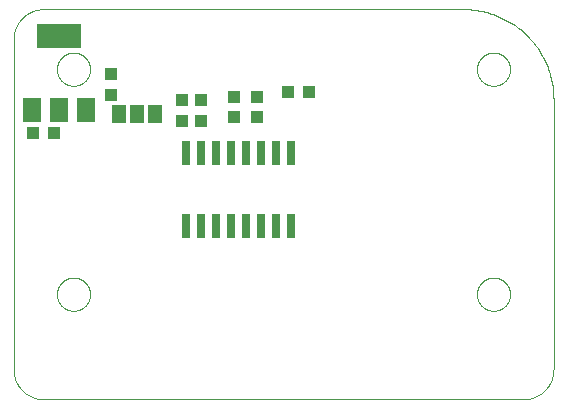
<source format=gtp>
G75*
%MOIN*%
%OFA0B0*%
%FSLAX25Y25*%
%IPPOS*%
%LPD*%
%AMOC8*
5,1,8,0,0,1.08239X$1,22.5*
%
%ADD10C,0.00000*%
%ADD11R,0.04252X0.04134*%
%ADD12R,0.02600X0.08000*%
%ADD13R,0.04331X0.03937*%
%ADD14R,0.03937X0.04331*%
%ADD15R,0.04600X0.06300*%
%ADD16R,0.05900X0.07900*%
%ADD17R,0.15000X0.07900*%
%ADD18R,0.04134X0.04252*%
D10*
X0022200Y0013565D02*
X0182200Y0013565D01*
X0182442Y0013568D01*
X0182683Y0013577D01*
X0182924Y0013591D01*
X0183165Y0013612D01*
X0183405Y0013638D01*
X0183645Y0013670D01*
X0183884Y0013708D01*
X0184121Y0013751D01*
X0184358Y0013801D01*
X0184593Y0013856D01*
X0184827Y0013916D01*
X0185059Y0013983D01*
X0185290Y0014054D01*
X0185519Y0014132D01*
X0185746Y0014215D01*
X0185971Y0014303D01*
X0186194Y0014397D01*
X0186414Y0014496D01*
X0186632Y0014601D01*
X0186847Y0014710D01*
X0187060Y0014825D01*
X0187270Y0014945D01*
X0187476Y0015070D01*
X0187680Y0015200D01*
X0187881Y0015335D01*
X0188078Y0015475D01*
X0188272Y0015619D01*
X0188462Y0015768D01*
X0188648Y0015922D01*
X0188831Y0016080D01*
X0189010Y0016242D01*
X0189185Y0016409D01*
X0189356Y0016580D01*
X0189523Y0016755D01*
X0189685Y0016934D01*
X0189843Y0017117D01*
X0189997Y0017303D01*
X0190146Y0017493D01*
X0190290Y0017687D01*
X0190430Y0017884D01*
X0190565Y0018085D01*
X0190695Y0018289D01*
X0190820Y0018495D01*
X0190940Y0018705D01*
X0191055Y0018918D01*
X0191164Y0019133D01*
X0191269Y0019351D01*
X0191368Y0019571D01*
X0191462Y0019794D01*
X0191550Y0020019D01*
X0191633Y0020246D01*
X0191711Y0020475D01*
X0191782Y0020706D01*
X0191849Y0020938D01*
X0191909Y0021172D01*
X0191964Y0021407D01*
X0192014Y0021644D01*
X0192057Y0021881D01*
X0192095Y0022120D01*
X0192127Y0022360D01*
X0192153Y0022600D01*
X0192174Y0022841D01*
X0192188Y0023082D01*
X0192197Y0023323D01*
X0192200Y0023565D01*
X0192200Y0113565D01*
X0166688Y0123565D02*
X0166690Y0123713D01*
X0166696Y0123861D01*
X0166706Y0124009D01*
X0166720Y0124156D01*
X0166738Y0124303D01*
X0166759Y0124449D01*
X0166785Y0124595D01*
X0166815Y0124740D01*
X0166848Y0124884D01*
X0166886Y0125027D01*
X0166927Y0125169D01*
X0166972Y0125310D01*
X0167020Y0125450D01*
X0167073Y0125589D01*
X0167129Y0125726D01*
X0167189Y0125861D01*
X0167252Y0125995D01*
X0167319Y0126127D01*
X0167390Y0126257D01*
X0167464Y0126385D01*
X0167541Y0126511D01*
X0167622Y0126635D01*
X0167706Y0126757D01*
X0167793Y0126876D01*
X0167884Y0126993D01*
X0167978Y0127108D01*
X0168074Y0127220D01*
X0168174Y0127330D01*
X0168276Y0127436D01*
X0168382Y0127540D01*
X0168490Y0127641D01*
X0168601Y0127739D01*
X0168714Y0127835D01*
X0168830Y0127927D01*
X0168948Y0128016D01*
X0169069Y0128101D01*
X0169192Y0128184D01*
X0169317Y0128263D01*
X0169444Y0128339D01*
X0169573Y0128411D01*
X0169704Y0128480D01*
X0169837Y0128545D01*
X0169972Y0128606D01*
X0170108Y0128664D01*
X0170245Y0128719D01*
X0170384Y0128769D01*
X0170525Y0128816D01*
X0170666Y0128859D01*
X0170809Y0128899D01*
X0170953Y0128934D01*
X0171097Y0128966D01*
X0171243Y0128993D01*
X0171389Y0129017D01*
X0171536Y0129037D01*
X0171683Y0129053D01*
X0171830Y0129065D01*
X0171978Y0129073D01*
X0172126Y0129077D01*
X0172274Y0129077D01*
X0172422Y0129073D01*
X0172570Y0129065D01*
X0172717Y0129053D01*
X0172864Y0129037D01*
X0173011Y0129017D01*
X0173157Y0128993D01*
X0173303Y0128966D01*
X0173447Y0128934D01*
X0173591Y0128899D01*
X0173734Y0128859D01*
X0173875Y0128816D01*
X0174016Y0128769D01*
X0174155Y0128719D01*
X0174292Y0128664D01*
X0174428Y0128606D01*
X0174563Y0128545D01*
X0174696Y0128480D01*
X0174827Y0128411D01*
X0174956Y0128339D01*
X0175083Y0128263D01*
X0175208Y0128184D01*
X0175331Y0128101D01*
X0175452Y0128016D01*
X0175570Y0127927D01*
X0175686Y0127835D01*
X0175799Y0127739D01*
X0175910Y0127641D01*
X0176018Y0127540D01*
X0176124Y0127436D01*
X0176226Y0127330D01*
X0176326Y0127220D01*
X0176422Y0127108D01*
X0176516Y0126993D01*
X0176607Y0126876D01*
X0176694Y0126757D01*
X0176778Y0126635D01*
X0176859Y0126511D01*
X0176936Y0126385D01*
X0177010Y0126257D01*
X0177081Y0126127D01*
X0177148Y0125995D01*
X0177211Y0125861D01*
X0177271Y0125726D01*
X0177327Y0125589D01*
X0177380Y0125450D01*
X0177428Y0125310D01*
X0177473Y0125169D01*
X0177514Y0125027D01*
X0177552Y0124884D01*
X0177585Y0124740D01*
X0177615Y0124595D01*
X0177641Y0124449D01*
X0177662Y0124303D01*
X0177680Y0124156D01*
X0177694Y0124009D01*
X0177704Y0123861D01*
X0177710Y0123713D01*
X0177712Y0123565D01*
X0177710Y0123417D01*
X0177704Y0123269D01*
X0177694Y0123121D01*
X0177680Y0122974D01*
X0177662Y0122827D01*
X0177641Y0122681D01*
X0177615Y0122535D01*
X0177585Y0122390D01*
X0177552Y0122246D01*
X0177514Y0122103D01*
X0177473Y0121961D01*
X0177428Y0121820D01*
X0177380Y0121680D01*
X0177327Y0121541D01*
X0177271Y0121404D01*
X0177211Y0121269D01*
X0177148Y0121135D01*
X0177081Y0121003D01*
X0177010Y0120873D01*
X0176936Y0120745D01*
X0176859Y0120619D01*
X0176778Y0120495D01*
X0176694Y0120373D01*
X0176607Y0120254D01*
X0176516Y0120137D01*
X0176422Y0120022D01*
X0176326Y0119910D01*
X0176226Y0119800D01*
X0176124Y0119694D01*
X0176018Y0119590D01*
X0175910Y0119489D01*
X0175799Y0119391D01*
X0175686Y0119295D01*
X0175570Y0119203D01*
X0175452Y0119114D01*
X0175331Y0119029D01*
X0175208Y0118946D01*
X0175083Y0118867D01*
X0174956Y0118791D01*
X0174827Y0118719D01*
X0174696Y0118650D01*
X0174563Y0118585D01*
X0174428Y0118524D01*
X0174292Y0118466D01*
X0174155Y0118411D01*
X0174016Y0118361D01*
X0173875Y0118314D01*
X0173734Y0118271D01*
X0173591Y0118231D01*
X0173447Y0118196D01*
X0173303Y0118164D01*
X0173157Y0118137D01*
X0173011Y0118113D01*
X0172864Y0118093D01*
X0172717Y0118077D01*
X0172570Y0118065D01*
X0172422Y0118057D01*
X0172274Y0118053D01*
X0172126Y0118053D01*
X0171978Y0118057D01*
X0171830Y0118065D01*
X0171683Y0118077D01*
X0171536Y0118093D01*
X0171389Y0118113D01*
X0171243Y0118137D01*
X0171097Y0118164D01*
X0170953Y0118196D01*
X0170809Y0118231D01*
X0170666Y0118271D01*
X0170525Y0118314D01*
X0170384Y0118361D01*
X0170245Y0118411D01*
X0170108Y0118466D01*
X0169972Y0118524D01*
X0169837Y0118585D01*
X0169704Y0118650D01*
X0169573Y0118719D01*
X0169444Y0118791D01*
X0169317Y0118867D01*
X0169192Y0118946D01*
X0169069Y0119029D01*
X0168948Y0119114D01*
X0168830Y0119203D01*
X0168714Y0119295D01*
X0168601Y0119391D01*
X0168490Y0119489D01*
X0168382Y0119590D01*
X0168276Y0119694D01*
X0168174Y0119800D01*
X0168074Y0119910D01*
X0167978Y0120022D01*
X0167884Y0120137D01*
X0167793Y0120254D01*
X0167706Y0120373D01*
X0167622Y0120495D01*
X0167541Y0120619D01*
X0167464Y0120745D01*
X0167390Y0120873D01*
X0167319Y0121003D01*
X0167252Y0121135D01*
X0167189Y0121269D01*
X0167129Y0121404D01*
X0167073Y0121541D01*
X0167020Y0121680D01*
X0166972Y0121820D01*
X0166927Y0121961D01*
X0166886Y0122103D01*
X0166848Y0122246D01*
X0166815Y0122390D01*
X0166785Y0122535D01*
X0166759Y0122681D01*
X0166738Y0122827D01*
X0166720Y0122974D01*
X0166706Y0123121D01*
X0166696Y0123269D01*
X0166690Y0123417D01*
X0166688Y0123565D01*
X0162200Y0143565D02*
X0162925Y0143556D01*
X0163649Y0143530D01*
X0164373Y0143486D01*
X0165095Y0143425D01*
X0165816Y0143346D01*
X0166535Y0143250D01*
X0167251Y0143137D01*
X0167964Y0143006D01*
X0168674Y0142858D01*
X0169379Y0142693D01*
X0170081Y0142511D01*
X0170778Y0142312D01*
X0171471Y0142097D01*
X0172157Y0141864D01*
X0172838Y0141615D01*
X0173513Y0141350D01*
X0174181Y0141069D01*
X0174842Y0140771D01*
X0175496Y0140458D01*
X0176142Y0140129D01*
X0176780Y0139784D01*
X0177409Y0139424D01*
X0178029Y0139049D01*
X0178640Y0138659D01*
X0179242Y0138255D01*
X0179834Y0137836D01*
X0180415Y0137402D01*
X0180986Y0136955D01*
X0181545Y0136494D01*
X0182094Y0136020D01*
X0182630Y0135533D01*
X0183155Y0135033D01*
X0183668Y0134520D01*
X0184168Y0133995D01*
X0184655Y0133459D01*
X0185129Y0132910D01*
X0185590Y0132351D01*
X0186037Y0131780D01*
X0186471Y0131199D01*
X0186890Y0130607D01*
X0187294Y0130005D01*
X0187684Y0129394D01*
X0188059Y0128774D01*
X0188419Y0128145D01*
X0188764Y0127507D01*
X0189093Y0126861D01*
X0189406Y0126207D01*
X0189704Y0125546D01*
X0189985Y0124878D01*
X0190250Y0124203D01*
X0190499Y0123522D01*
X0190732Y0122836D01*
X0190947Y0122143D01*
X0191146Y0121446D01*
X0191328Y0120744D01*
X0191493Y0120039D01*
X0191641Y0119329D01*
X0191772Y0118616D01*
X0191885Y0117900D01*
X0191981Y0117181D01*
X0192060Y0116460D01*
X0192121Y0115738D01*
X0192165Y0115014D01*
X0192191Y0114290D01*
X0192200Y0113565D01*
X0162200Y0143565D02*
X0022200Y0143565D01*
X0021958Y0143562D01*
X0021717Y0143553D01*
X0021476Y0143539D01*
X0021235Y0143518D01*
X0020995Y0143492D01*
X0020755Y0143460D01*
X0020516Y0143422D01*
X0020279Y0143379D01*
X0020042Y0143329D01*
X0019807Y0143274D01*
X0019573Y0143214D01*
X0019341Y0143147D01*
X0019110Y0143076D01*
X0018881Y0142998D01*
X0018654Y0142915D01*
X0018429Y0142827D01*
X0018206Y0142733D01*
X0017986Y0142634D01*
X0017768Y0142529D01*
X0017553Y0142420D01*
X0017340Y0142305D01*
X0017130Y0142185D01*
X0016924Y0142060D01*
X0016720Y0141930D01*
X0016519Y0141795D01*
X0016322Y0141655D01*
X0016128Y0141511D01*
X0015938Y0141362D01*
X0015752Y0141208D01*
X0015569Y0141050D01*
X0015390Y0140888D01*
X0015215Y0140721D01*
X0015044Y0140550D01*
X0014877Y0140375D01*
X0014715Y0140196D01*
X0014557Y0140013D01*
X0014403Y0139827D01*
X0014254Y0139637D01*
X0014110Y0139443D01*
X0013970Y0139246D01*
X0013835Y0139045D01*
X0013705Y0138841D01*
X0013580Y0138635D01*
X0013460Y0138425D01*
X0013345Y0138212D01*
X0013236Y0137997D01*
X0013131Y0137779D01*
X0013032Y0137559D01*
X0012938Y0137336D01*
X0012850Y0137111D01*
X0012767Y0136884D01*
X0012689Y0136655D01*
X0012618Y0136424D01*
X0012551Y0136192D01*
X0012491Y0135958D01*
X0012436Y0135723D01*
X0012386Y0135486D01*
X0012343Y0135249D01*
X0012305Y0135010D01*
X0012273Y0134770D01*
X0012247Y0134530D01*
X0012226Y0134289D01*
X0012212Y0134048D01*
X0012203Y0133807D01*
X0012200Y0133565D01*
X0012200Y0023565D01*
X0012203Y0023323D01*
X0012212Y0023082D01*
X0012226Y0022841D01*
X0012247Y0022600D01*
X0012273Y0022360D01*
X0012305Y0022120D01*
X0012343Y0021881D01*
X0012386Y0021644D01*
X0012436Y0021407D01*
X0012491Y0021172D01*
X0012551Y0020938D01*
X0012618Y0020706D01*
X0012689Y0020475D01*
X0012767Y0020246D01*
X0012850Y0020019D01*
X0012938Y0019794D01*
X0013032Y0019571D01*
X0013131Y0019351D01*
X0013236Y0019133D01*
X0013345Y0018918D01*
X0013460Y0018705D01*
X0013580Y0018495D01*
X0013705Y0018289D01*
X0013835Y0018085D01*
X0013970Y0017884D01*
X0014110Y0017687D01*
X0014254Y0017493D01*
X0014403Y0017303D01*
X0014557Y0017117D01*
X0014715Y0016934D01*
X0014877Y0016755D01*
X0015044Y0016580D01*
X0015215Y0016409D01*
X0015390Y0016242D01*
X0015569Y0016080D01*
X0015752Y0015922D01*
X0015938Y0015768D01*
X0016128Y0015619D01*
X0016322Y0015475D01*
X0016519Y0015335D01*
X0016720Y0015200D01*
X0016924Y0015070D01*
X0017130Y0014945D01*
X0017340Y0014825D01*
X0017553Y0014710D01*
X0017768Y0014601D01*
X0017986Y0014496D01*
X0018206Y0014397D01*
X0018429Y0014303D01*
X0018654Y0014215D01*
X0018881Y0014132D01*
X0019110Y0014054D01*
X0019341Y0013983D01*
X0019573Y0013916D01*
X0019807Y0013856D01*
X0020042Y0013801D01*
X0020279Y0013751D01*
X0020516Y0013708D01*
X0020755Y0013670D01*
X0020995Y0013638D01*
X0021235Y0013612D01*
X0021476Y0013591D01*
X0021717Y0013577D01*
X0021958Y0013568D01*
X0022200Y0013565D01*
X0026688Y0048565D02*
X0026690Y0048713D01*
X0026696Y0048861D01*
X0026706Y0049009D01*
X0026720Y0049156D01*
X0026738Y0049303D01*
X0026759Y0049449D01*
X0026785Y0049595D01*
X0026815Y0049740D01*
X0026848Y0049884D01*
X0026886Y0050027D01*
X0026927Y0050169D01*
X0026972Y0050310D01*
X0027020Y0050450D01*
X0027073Y0050589D01*
X0027129Y0050726D01*
X0027189Y0050861D01*
X0027252Y0050995D01*
X0027319Y0051127D01*
X0027390Y0051257D01*
X0027464Y0051385D01*
X0027541Y0051511D01*
X0027622Y0051635D01*
X0027706Y0051757D01*
X0027793Y0051876D01*
X0027884Y0051993D01*
X0027978Y0052108D01*
X0028074Y0052220D01*
X0028174Y0052330D01*
X0028276Y0052436D01*
X0028382Y0052540D01*
X0028490Y0052641D01*
X0028601Y0052739D01*
X0028714Y0052835D01*
X0028830Y0052927D01*
X0028948Y0053016D01*
X0029069Y0053101D01*
X0029192Y0053184D01*
X0029317Y0053263D01*
X0029444Y0053339D01*
X0029573Y0053411D01*
X0029704Y0053480D01*
X0029837Y0053545D01*
X0029972Y0053606D01*
X0030108Y0053664D01*
X0030245Y0053719D01*
X0030384Y0053769D01*
X0030525Y0053816D01*
X0030666Y0053859D01*
X0030809Y0053899D01*
X0030953Y0053934D01*
X0031097Y0053966D01*
X0031243Y0053993D01*
X0031389Y0054017D01*
X0031536Y0054037D01*
X0031683Y0054053D01*
X0031830Y0054065D01*
X0031978Y0054073D01*
X0032126Y0054077D01*
X0032274Y0054077D01*
X0032422Y0054073D01*
X0032570Y0054065D01*
X0032717Y0054053D01*
X0032864Y0054037D01*
X0033011Y0054017D01*
X0033157Y0053993D01*
X0033303Y0053966D01*
X0033447Y0053934D01*
X0033591Y0053899D01*
X0033734Y0053859D01*
X0033875Y0053816D01*
X0034016Y0053769D01*
X0034155Y0053719D01*
X0034292Y0053664D01*
X0034428Y0053606D01*
X0034563Y0053545D01*
X0034696Y0053480D01*
X0034827Y0053411D01*
X0034956Y0053339D01*
X0035083Y0053263D01*
X0035208Y0053184D01*
X0035331Y0053101D01*
X0035452Y0053016D01*
X0035570Y0052927D01*
X0035686Y0052835D01*
X0035799Y0052739D01*
X0035910Y0052641D01*
X0036018Y0052540D01*
X0036124Y0052436D01*
X0036226Y0052330D01*
X0036326Y0052220D01*
X0036422Y0052108D01*
X0036516Y0051993D01*
X0036607Y0051876D01*
X0036694Y0051757D01*
X0036778Y0051635D01*
X0036859Y0051511D01*
X0036936Y0051385D01*
X0037010Y0051257D01*
X0037081Y0051127D01*
X0037148Y0050995D01*
X0037211Y0050861D01*
X0037271Y0050726D01*
X0037327Y0050589D01*
X0037380Y0050450D01*
X0037428Y0050310D01*
X0037473Y0050169D01*
X0037514Y0050027D01*
X0037552Y0049884D01*
X0037585Y0049740D01*
X0037615Y0049595D01*
X0037641Y0049449D01*
X0037662Y0049303D01*
X0037680Y0049156D01*
X0037694Y0049009D01*
X0037704Y0048861D01*
X0037710Y0048713D01*
X0037712Y0048565D01*
X0037710Y0048417D01*
X0037704Y0048269D01*
X0037694Y0048121D01*
X0037680Y0047974D01*
X0037662Y0047827D01*
X0037641Y0047681D01*
X0037615Y0047535D01*
X0037585Y0047390D01*
X0037552Y0047246D01*
X0037514Y0047103D01*
X0037473Y0046961D01*
X0037428Y0046820D01*
X0037380Y0046680D01*
X0037327Y0046541D01*
X0037271Y0046404D01*
X0037211Y0046269D01*
X0037148Y0046135D01*
X0037081Y0046003D01*
X0037010Y0045873D01*
X0036936Y0045745D01*
X0036859Y0045619D01*
X0036778Y0045495D01*
X0036694Y0045373D01*
X0036607Y0045254D01*
X0036516Y0045137D01*
X0036422Y0045022D01*
X0036326Y0044910D01*
X0036226Y0044800D01*
X0036124Y0044694D01*
X0036018Y0044590D01*
X0035910Y0044489D01*
X0035799Y0044391D01*
X0035686Y0044295D01*
X0035570Y0044203D01*
X0035452Y0044114D01*
X0035331Y0044029D01*
X0035208Y0043946D01*
X0035083Y0043867D01*
X0034956Y0043791D01*
X0034827Y0043719D01*
X0034696Y0043650D01*
X0034563Y0043585D01*
X0034428Y0043524D01*
X0034292Y0043466D01*
X0034155Y0043411D01*
X0034016Y0043361D01*
X0033875Y0043314D01*
X0033734Y0043271D01*
X0033591Y0043231D01*
X0033447Y0043196D01*
X0033303Y0043164D01*
X0033157Y0043137D01*
X0033011Y0043113D01*
X0032864Y0043093D01*
X0032717Y0043077D01*
X0032570Y0043065D01*
X0032422Y0043057D01*
X0032274Y0043053D01*
X0032126Y0043053D01*
X0031978Y0043057D01*
X0031830Y0043065D01*
X0031683Y0043077D01*
X0031536Y0043093D01*
X0031389Y0043113D01*
X0031243Y0043137D01*
X0031097Y0043164D01*
X0030953Y0043196D01*
X0030809Y0043231D01*
X0030666Y0043271D01*
X0030525Y0043314D01*
X0030384Y0043361D01*
X0030245Y0043411D01*
X0030108Y0043466D01*
X0029972Y0043524D01*
X0029837Y0043585D01*
X0029704Y0043650D01*
X0029573Y0043719D01*
X0029444Y0043791D01*
X0029317Y0043867D01*
X0029192Y0043946D01*
X0029069Y0044029D01*
X0028948Y0044114D01*
X0028830Y0044203D01*
X0028714Y0044295D01*
X0028601Y0044391D01*
X0028490Y0044489D01*
X0028382Y0044590D01*
X0028276Y0044694D01*
X0028174Y0044800D01*
X0028074Y0044910D01*
X0027978Y0045022D01*
X0027884Y0045137D01*
X0027793Y0045254D01*
X0027706Y0045373D01*
X0027622Y0045495D01*
X0027541Y0045619D01*
X0027464Y0045745D01*
X0027390Y0045873D01*
X0027319Y0046003D01*
X0027252Y0046135D01*
X0027189Y0046269D01*
X0027129Y0046404D01*
X0027073Y0046541D01*
X0027020Y0046680D01*
X0026972Y0046820D01*
X0026927Y0046961D01*
X0026886Y0047103D01*
X0026848Y0047246D01*
X0026815Y0047390D01*
X0026785Y0047535D01*
X0026759Y0047681D01*
X0026738Y0047827D01*
X0026720Y0047974D01*
X0026706Y0048121D01*
X0026696Y0048269D01*
X0026690Y0048417D01*
X0026688Y0048565D01*
X0026688Y0123565D02*
X0026690Y0123713D01*
X0026696Y0123861D01*
X0026706Y0124009D01*
X0026720Y0124156D01*
X0026738Y0124303D01*
X0026759Y0124449D01*
X0026785Y0124595D01*
X0026815Y0124740D01*
X0026848Y0124884D01*
X0026886Y0125027D01*
X0026927Y0125169D01*
X0026972Y0125310D01*
X0027020Y0125450D01*
X0027073Y0125589D01*
X0027129Y0125726D01*
X0027189Y0125861D01*
X0027252Y0125995D01*
X0027319Y0126127D01*
X0027390Y0126257D01*
X0027464Y0126385D01*
X0027541Y0126511D01*
X0027622Y0126635D01*
X0027706Y0126757D01*
X0027793Y0126876D01*
X0027884Y0126993D01*
X0027978Y0127108D01*
X0028074Y0127220D01*
X0028174Y0127330D01*
X0028276Y0127436D01*
X0028382Y0127540D01*
X0028490Y0127641D01*
X0028601Y0127739D01*
X0028714Y0127835D01*
X0028830Y0127927D01*
X0028948Y0128016D01*
X0029069Y0128101D01*
X0029192Y0128184D01*
X0029317Y0128263D01*
X0029444Y0128339D01*
X0029573Y0128411D01*
X0029704Y0128480D01*
X0029837Y0128545D01*
X0029972Y0128606D01*
X0030108Y0128664D01*
X0030245Y0128719D01*
X0030384Y0128769D01*
X0030525Y0128816D01*
X0030666Y0128859D01*
X0030809Y0128899D01*
X0030953Y0128934D01*
X0031097Y0128966D01*
X0031243Y0128993D01*
X0031389Y0129017D01*
X0031536Y0129037D01*
X0031683Y0129053D01*
X0031830Y0129065D01*
X0031978Y0129073D01*
X0032126Y0129077D01*
X0032274Y0129077D01*
X0032422Y0129073D01*
X0032570Y0129065D01*
X0032717Y0129053D01*
X0032864Y0129037D01*
X0033011Y0129017D01*
X0033157Y0128993D01*
X0033303Y0128966D01*
X0033447Y0128934D01*
X0033591Y0128899D01*
X0033734Y0128859D01*
X0033875Y0128816D01*
X0034016Y0128769D01*
X0034155Y0128719D01*
X0034292Y0128664D01*
X0034428Y0128606D01*
X0034563Y0128545D01*
X0034696Y0128480D01*
X0034827Y0128411D01*
X0034956Y0128339D01*
X0035083Y0128263D01*
X0035208Y0128184D01*
X0035331Y0128101D01*
X0035452Y0128016D01*
X0035570Y0127927D01*
X0035686Y0127835D01*
X0035799Y0127739D01*
X0035910Y0127641D01*
X0036018Y0127540D01*
X0036124Y0127436D01*
X0036226Y0127330D01*
X0036326Y0127220D01*
X0036422Y0127108D01*
X0036516Y0126993D01*
X0036607Y0126876D01*
X0036694Y0126757D01*
X0036778Y0126635D01*
X0036859Y0126511D01*
X0036936Y0126385D01*
X0037010Y0126257D01*
X0037081Y0126127D01*
X0037148Y0125995D01*
X0037211Y0125861D01*
X0037271Y0125726D01*
X0037327Y0125589D01*
X0037380Y0125450D01*
X0037428Y0125310D01*
X0037473Y0125169D01*
X0037514Y0125027D01*
X0037552Y0124884D01*
X0037585Y0124740D01*
X0037615Y0124595D01*
X0037641Y0124449D01*
X0037662Y0124303D01*
X0037680Y0124156D01*
X0037694Y0124009D01*
X0037704Y0123861D01*
X0037710Y0123713D01*
X0037712Y0123565D01*
X0037710Y0123417D01*
X0037704Y0123269D01*
X0037694Y0123121D01*
X0037680Y0122974D01*
X0037662Y0122827D01*
X0037641Y0122681D01*
X0037615Y0122535D01*
X0037585Y0122390D01*
X0037552Y0122246D01*
X0037514Y0122103D01*
X0037473Y0121961D01*
X0037428Y0121820D01*
X0037380Y0121680D01*
X0037327Y0121541D01*
X0037271Y0121404D01*
X0037211Y0121269D01*
X0037148Y0121135D01*
X0037081Y0121003D01*
X0037010Y0120873D01*
X0036936Y0120745D01*
X0036859Y0120619D01*
X0036778Y0120495D01*
X0036694Y0120373D01*
X0036607Y0120254D01*
X0036516Y0120137D01*
X0036422Y0120022D01*
X0036326Y0119910D01*
X0036226Y0119800D01*
X0036124Y0119694D01*
X0036018Y0119590D01*
X0035910Y0119489D01*
X0035799Y0119391D01*
X0035686Y0119295D01*
X0035570Y0119203D01*
X0035452Y0119114D01*
X0035331Y0119029D01*
X0035208Y0118946D01*
X0035083Y0118867D01*
X0034956Y0118791D01*
X0034827Y0118719D01*
X0034696Y0118650D01*
X0034563Y0118585D01*
X0034428Y0118524D01*
X0034292Y0118466D01*
X0034155Y0118411D01*
X0034016Y0118361D01*
X0033875Y0118314D01*
X0033734Y0118271D01*
X0033591Y0118231D01*
X0033447Y0118196D01*
X0033303Y0118164D01*
X0033157Y0118137D01*
X0033011Y0118113D01*
X0032864Y0118093D01*
X0032717Y0118077D01*
X0032570Y0118065D01*
X0032422Y0118057D01*
X0032274Y0118053D01*
X0032126Y0118053D01*
X0031978Y0118057D01*
X0031830Y0118065D01*
X0031683Y0118077D01*
X0031536Y0118093D01*
X0031389Y0118113D01*
X0031243Y0118137D01*
X0031097Y0118164D01*
X0030953Y0118196D01*
X0030809Y0118231D01*
X0030666Y0118271D01*
X0030525Y0118314D01*
X0030384Y0118361D01*
X0030245Y0118411D01*
X0030108Y0118466D01*
X0029972Y0118524D01*
X0029837Y0118585D01*
X0029704Y0118650D01*
X0029573Y0118719D01*
X0029444Y0118791D01*
X0029317Y0118867D01*
X0029192Y0118946D01*
X0029069Y0119029D01*
X0028948Y0119114D01*
X0028830Y0119203D01*
X0028714Y0119295D01*
X0028601Y0119391D01*
X0028490Y0119489D01*
X0028382Y0119590D01*
X0028276Y0119694D01*
X0028174Y0119800D01*
X0028074Y0119910D01*
X0027978Y0120022D01*
X0027884Y0120137D01*
X0027793Y0120254D01*
X0027706Y0120373D01*
X0027622Y0120495D01*
X0027541Y0120619D01*
X0027464Y0120745D01*
X0027390Y0120873D01*
X0027319Y0121003D01*
X0027252Y0121135D01*
X0027189Y0121269D01*
X0027129Y0121404D01*
X0027073Y0121541D01*
X0027020Y0121680D01*
X0026972Y0121820D01*
X0026927Y0121961D01*
X0026886Y0122103D01*
X0026848Y0122246D01*
X0026815Y0122390D01*
X0026785Y0122535D01*
X0026759Y0122681D01*
X0026738Y0122827D01*
X0026720Y0122974D01*
X0026706Y0123121D01*
X0026696Y0123269D01*
X0026690Y0123417D01*
X0026688Y0123565D01*
X0166688Y0048565D02*
X0166690Y0048713D01*
X0166696Y0048861D01*
X0166706Y0049009D01*
X0166720Y0049156D01*
X0166738Y0049303D01*
X0166759Y0049449D01*
X0166785Y0049595D01*
X0166815Y0049740D01*
X0166848Y0049884D01*
X0166886Y0050027D01*
X0166927Y0050169D01*
X0166972Y0050310D01*
X0167020Y0050450D01*
X0167073Y0050589D01*
X0167129Y0050726D01*
X0167189Y0050861D01*
X0167252Y0050995D01*
X0167319Y0051127D01*
X0167390Y0051257D01*
X0167464Y0051385D01*
X0167541Y0051511D01*
X0167622Y0051635D01*
X0167706Y0051757D01*
X0167793Y0051876D01*
X0167884Y0051993D01*
X0167978Y0052108D01*
X0168074Y0052220D01*
X0168174Y0052330D01*
X0168276Y0052436D01*
X0168382Y0052540D01*
X0168490Y0052641D01*
X0168601Y0052739D01*
X0168714Y0052835D01*
X0168830Y0052927D01*
X0168948Y0053016D01*
X0169069Y0053101D01*
X0169192Y0053184D01*
X0169317Y0053263D01*
X0169444Y0053339D01*
X0169573Y0053411D01*
X0169704Y0053480D01*
X0169837Y0053545D01*
X0169972Y0053606D01*
X0170108Y0053664D01*
X0170245Y0053719D01*
X0170384Y0053769D01*
X0170525Y0053816D01*
X0170666Y0053859D01*
X0170809Y0053899D01*
X0170953Y0053934D01*
X0171097Y0053966D01*
X0171243Y0053993D01*
X0171389Y0054017D01*
X0171536Y0054037D01*
X0171683Y0054053D01*
X0171830Y0054065D01*
X0171978Y0054073D01*
X0172126Y0054077D01*
X0172274Y0054077D01*
X0172422Y0054073D01*
X0172570Y0054065D01*
X0172717Y0054053D01*
X0172864Y0054037D01*
X0173011Y0054017D01*
X0173157Y0053993D01*
X0173303Y0053966D01*
X0173447Y0053934D01*
X0173591Y0053899D01*
X0173734Y0053859D01*
X0173875Y0053816D01*
X0174016Y0053769D01*
X0174155Y0053719D01*
X0174292Y0053664D01*
X0174428Y0053606D01*
X0174563Y0053545D01*
X0174696Y0053480D01*
X0174827Y0053411D01*
X0174956Y0053339D01*
X0175083Y0053263D01*
X0175208Y0053184D01*
X0175331Y0053101D01*
X0175452Y0053016D01*
X0175570Y0052927D01*
X0175686Y0052835D01*
X0175799Y0052739D01*
X0175910Y0052641D01*
X0176018Y0052540D01*
X0176124Y0052436D01*
X0176226Y0052330D01*
X0176326Y0052220D01*
X0176422Y0052108D01*
X0176516Y0051993D01*
X0176607Y0051876D01*
X0176694Y0051757D01*
X0176778Y0051635D01*
X0176859Y0051511D01*
X0176936Y0051385D01*
X0177010Y0051257D01*
X0177081Y0051127D01*
X0177148Y0050995D01*
X0177211Y0050861D01*
X0177271Y0050726D01*
X0177327Y0050589D01*
X0177380Y0050450D01*
X0177428Y0050310D01*
X0177473Y0050169D01*
X0177514Y0050027D01*
X0177552Y0049884D01*
X0177585Y0049740D01*
X0177615Y0049595D01*
X0177641Y0049449D01*
X0177662Y0049303D01*
X0177680Y0049156D01*
X0177694Y0049009D01*
X0177704Y0048861D01*
X0177710Y0048713D01*
X0177712Y0048565D01*
X0177710Y0048417D01*
X0177704Y0048269D01*
X0177694Y0048121D01*
X0177680Y0047974D01*
X0177662Y0047827D01*
X0177641Y0047681D01*
X0177615Y0047535D01*
X0177585Y0047390D01*
X0177552Y0047246D01*
X0177514Y0047103D01*
X0177473Y0046961D01*
X0177428Y0046820D01*
X0177380Y0046680D01*
X0177327Y0046541D01*
X0177271Y0046404D01*
X0177211Y0046269D01*
X0177148Y0046135D01*
X0177081Y0046003D01*
X0177010Y0045873D01*
X0176936Y0045745D01*
X0176859Y0045619D01*
X0176778Y0045495D01*
X0176694Y0045373D01*
X0176607Y0045254D01*
X0176516Y0045137D01*
X0176422Y0045022D01*
X0176326Y0044910D01*
X0176226Y0044800D01*
X0176124Y0044694D01*
X0176018Y0044590D01*
X0175910Y0044489D01*
X0175799Y0044391D01*
X0175686Y0044295D01*
X0175570Y0044203D01*
X0175452Y0044114D01*
X0175331Y0044029D01*
X0175208Y0043946D01*
X0175083Y0043867D01*
X0174956Y0043791D01*
X0174827Y0043719D01*
X0174696Y0043650D01*
X0174563Y0043585D01*
X0174428Y0043524D01*
X0174292Y0043466D01*
X0174155Y0043411D01*
X0174016Y0043361D01*
X0173875Y0043314D01*
X0173734Y0043271D01*
X0173591Y0043231D01*
X0173447Y0043196D01*
X0173303Y0043164D01*
X0173157Y0043137D01*
X0173011Y0043113D01*
X0172864Y0043093D01*
X0172717Y0043077D01*
X0172570Y0043065D01*
X0172422Y0043057D01*
X0172274Y0043053D01*
X0172126Y0043053D01*
X0171978Y0043057D01*
X0171830Y0043065D01*
X0171683Y0043077D01*
X0171536Y0043093D01*
X0171389Y0043113D01*
X0171243Y0043137D01*
X0171097Y0043164D01*
X0170953Y0043196D01*
X0170809Y0043231D01*
X0170666Y0043271D01*
X0170525Y0043314D01*
X0170384Y0043361D01*
X0170245Y0043411D01*
X0170108Y0043466D01*
X0169972Y0043524D01*
X0169837Y0043585D01*
X0169704Y0043650D01*
X0169573Y0043719D01*
X0169444Y0043791D01*
X0169317Y0043867D01*
X0169192Y0043946D01*
X0169069Y0044029D01*
X0168948Y0044114D01*
X0168830Y0044203D01*
X0168714Y0044295D01*
X0168601Y0044391D01*
X0168490Y0044489D01*
X0168382Y0044590D01*
X0168276Y0044694D01*
X0168174Y0044800D01*
X0168074Y0044910D01*
X0167978Y0045022D01*
X0167884Y0045137D01*
X0167793Y0045254D01*
X0167706Y0045373D01*
X0167622Y0045495D01*
X0167541Y0045619D01*
X0167464Y0045745D01*
X0167390Y0045873D01*
X0167319Y0046003D01*
X0167252Y0046135D01*
X0167189Y0046269D01*
X0167129Y0046404D01*
X0167073Y0046541D01*
X0167020Y0046680D01*
X0166972Y0046820D01*
X0166927Y0046961D01*
X0166886Y0047103D01*
X0166848Y0047246D01*
X0166815Y0047390D01*
X0166785Y0047535D01*
X0166759Y0047681D01*
X0166738Y0047827D01*
X0166720Y0047974D01*
X0166706Y0048121D01*
X0166696Y0048269D01*
X0166690Y0048417D01*
X0166688Y0048565D01*
D11*
X0074700Y0106370D03*
X0068450Y0106370D03*
X0068450Y0113260D03*
X0074700Y0113260D03*
X0044700Y0115120D03*
X0044700Y0122010D03*
D12*
X0069700Y0095665D03*
X0074700Y0095665D03*
X0079700Y0095665D03*
X0084700Y0095665D03*
X0089700Y0095665D03*
X0094700Y0095665D03*
X0099700Y0095665D03*
X0104700Y0095665D03*
X0104700Y0071465D03*
X0099700Y0071465D03*
X0094700Y0071465D03*
X0089700Y0071465D03*
X0084700Y0071465D03*
X0079700Y0071465D03*
X0074700Y0071465D03*
X0069700Y0071465D03*
D13*
X0085700Y0107719D03*
X0085700Y0114412D03*
X0093450Y0114412D03*
X0093450Y0107719D03*
D14*
X0103854Y0116065D03*
X0110546Y0116065D03*
D15*
X0059450Y0108565D03*
X0053450Y0108565D03*
X0047450Y0108565D03*
D16*
X0036300Y0109915D03*
X0027300Y0109915D03*
X0018300Y0109915D03*
D17*
X0027200Y0134715D03*
D18*
X0025645Y0102315D03*
X0018755Y0102315D03*
M02*

</source>
